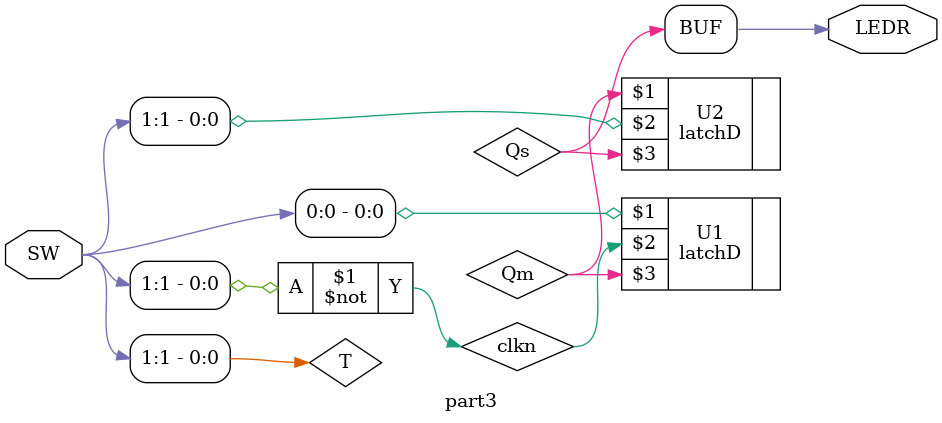
<source format=v>
module part3 (SW, LEDR);
	input [1:0]SW;
	output [0:0]LEDR;
	
	wire clkn, Qm, Qs, T /*synthesis keep*/;
	
	assign clkn = ~SW[1];
	assign T	= SW[1];
	latchD U1(SW[0], clkn, Qm);
	latchD U2(Qm, T, Qs);
	assign LEDR[0] = Qs;
	
endmodule
</source>
